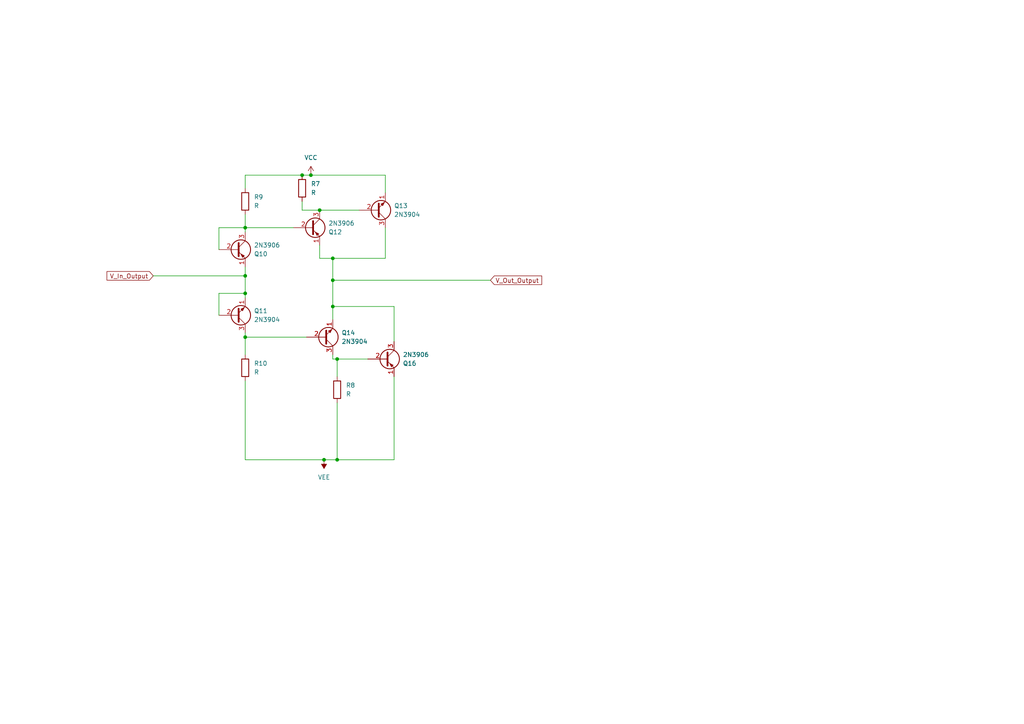
<source format=kicad_sch>
(kicad_sch
	(version 20250114)
	(generator "eeschema")
	(generator_version "9.0")
	(uuid "a46395b0-c10e-47a3-8052-bb8ed6f2becd")
	(paper "A4")
	(lib_symbols
		(symbol "Device:R"
			(pin_numbers
				(hide yes)
			)
			(pin_names
				(offset 0)
			)
			(exclude_from_sim no)
			(in_bom yes)
			(on_board yes)
			(property "Reference" "R"
				(at 2.032 0 90)
				(effects
					(font
						(size 1.27 1.27)
					)
				)
			)
			(property "Value" "R"
				(at 0 0 90)
				(effects
					(font
						(size 1.27 1.27)
					)
				)
			)
			(property "Footprint" ""
				(at -1.778 0 90)
				(effects
					(font
						(size 1.27 1.27)
					)
					(hide yes)
				)
			)
			(property "Datasheet" "~"
				(at 0 0 0)
				(effects
					(font
						(size 1.27 1.27)
					)
					(hide yes)
				)
			)
			(property "Description" "Resistor"
				(at 0 0 0)
				(effects
					(font
						(size 1.27 1.27)
					)
					(hide yes)
				)
			)
			(property "ki_keywords" "R res resistor"
				(at 0 0 0)
				(effects
					(font
						(size 1.27 1.27)
					)
					(hide yes)
				)
			)
			(property "ki_fp_filters" "R_*"
				(at 0 0 0)
				(effects
					(font
						(size 1.27 1.27)
					)
					(hide yes)
				)
			)
			(symbol "R_0_1"
				(rectangle
					(start -1.016 -2.54)
					(end 1.016 2.54)
					(stroke
						(width 0.254)
						(type default)
					)
					(fill
						(type none)
					)
				)
			)
			(symbol "R_1_1"
				(pin passive line
					(at 0 3.81 270)
					(length 1.27)
					(name "~"
						(effects
							(font
								(size 1.27 1.27)
							)
						)
					)
					(number "1"
						(effects
							(font
								(size 1.27 1.27)
							)
						)
					)
				)
				(pin passive line
					(at 0 -3.81 90)
					(length 1.27)
					(name "~"
						(effects
							(font
								(size 1.27 1.27)
							)
						)
					)
					(number "2"
						(effects
							(font
								(size 1.27 1.27)
							)
						)
					)
				)
			)
			(embedded_fonts no)
		)
		(symbol "Transistor_BJT:2N3904"
			(pin_names
				(offset 0)
				(hide yes)
			)
			(exclude_from_sim no)
			(in_bom yes)
			(on_board yes)
			(property "Reference" "Q"
				(at 5.08 1.905 0)
				(effects
					(font
						(size 1.27 1.27)
					)
					(justify left)
				)
			)
			(property "Value" "2N3904"
				(at 5.08 0 0)
				(effects
					(font
						(size 1.27 1.27)
					)
					(justify left)
				)
			)
			(property "Footprint" "Package_TO_SOT_THT:TO-92_Inline"
				(at 5.08 -1.905 0)
				(effects
					(font
						(size 1.27 1.27)
						(italic yes)
					)
					(justify left)
					(hide yes)
				)
			)
			(property "Datasheet" "https://www.onsemi.com/pub/Collateral/2N3903-D.PDF"
				(at 0 0 0)
				(effects
					(font
						(size 1.27 1.27)
					)
					(justify left)
					(hide yes)
				)
			)
			(property "Description" "0.2A Ic, 40V Vce, Small Signal NPN Transistor, TO-92"
				(at 0 0 0)
				(effects
					(font
						(size 1.27 1.27)
					)
					(hide yes)
				)
			)
			(property "ki_keywords" "NPN Transistor"
				(at 0 0 0)
				(effects
					(font
						(size 1.27 1.27)
					)
					(hide yes)
				)
			)
			(property "ki_fp_filters" "TO?92*"
				(at 0 0 0)
				(effects
					(font
						(size 1.27 1.27)
					)
					(hide yes)
				)
			)
			(symbol "2N3904_0_1"
				(polyline
					(pts
						(xy 0.635 1.905) (xy 0.635 -1.905) (xy 0.635 -1.905)
					)
					(stroke
						(width 0.508)
						(type default)
					)
					(fill
						(type none)
					)
				)
				(polyline
					(pts
						(xy 0.635 0.635) (xy 2.54 2.54)
					)
					(stroke
						(width 0)
						(type default)
					)
					(fill
						(type none)
					)
				)
				(polyline
					(pts
						(xy 0.635 -0.635) (xy 2.54 -2.54) (xy 2.54 -2.54)
					)
					(stroke
						(width 0)
						(type default)
					)
					(fill
						(type none)
					)
				)
				(circle
					(center 1.27 0)
					(radius 2.8194)
					(stroke
						(width 0.254)
						(type default)
					)
					(fill
						(type none)
					)
				)
				(polyline
					(pts
						(xy 1.27 -1.778) (xy 1.778 -1.27) (xy 2.286 -2.286) (xy 1.27 -1.778) (xy 1.27 -1.778)
					)
					(stroke
						(width 0)
						(type default)
					)
					(fill
						(type outline)
					)
				)
			)
			(symbol "2N3904_1_1"
				(pin passive line
					(at -5.08 0 0)
					(length 5.715)
					(name "B"
						(effects
							(font
								(size 1.27 1.27)
							)
						)
					)
					(number "2"
						(effects
							(font
								(size 1.27 1.27)
							)
						)
					)
				)
				(pin passive line
					(at 2.54 5.08 270)
					(length 2.54)
					(name "C"
						(effects
							(font
								(size 1.27 1.27)
							)
						)
					)
					(number "3"
						(effects
							(font
								(size 1.27 1.27)
							)
						)
					)
				)
				(pin passive line
					(at 2.54 -5.08 90)
					(length 2.54)
					(name "E"
						(effects
							(font
								(size 1.27 1.27)
							)
						)
					)
					(number "1"
						(effects
							(font
								(size 1.27 1.27)
							)
						)
					)
				)
			)
			(embedded_fonts no)
		)
		(symbol "Transistor_BJT:2N3906"
			(pin_names
				(offset 0)
				(hide yes)
			)
			(exclude_from_sim no)
			(in_bom yes)
			(on_board yes)
			(property "Reference" "Q"
				(at 5.08 1.905 0)
				(effects
					(font
						(size 1.27 1.27)
					)
					(justify left)
				)
			)
			(property "Value" "2N3906"
				(at 5.08 0 0)
				(effects
					(font
						(size 1.27 1.27)
					)
					(justify left)
				)
			)
			(property "Footprint" "Package_TO_SOT_THT:TO-92_Inline"
				(at 5.08 -1.905 0)
				(effects
					(font
						(size 1.27 1.27)
						(italic yes)
					)
					(justify left)
					(hide yes)
				)
			)
			(property "Datasheet" "https://www.onsemi.com/pub/Collateral/2N3906-D.PDF"
				(at 0 0 0)
				(effects
					(font
						(size 1.27 1.27)
					)
					(justify left)
					(hide yes)
				)
			)
			(property "Description" "-0.2A Ic, -40V Vce, Small Signal PNP Transistor, TO-92"
				(at 0 0 0)
				(effects
					(font
						(size 1.27 1.27)
					)
					(hide yes)
				)
			)
			(property "ki_keywords" "PNP Transistor"
				(at 0 0 0)
				(effects
					(font
						(size 1.27 1.27)
					)
					(hide yes)
				)
			)
			(property "ki_fp_filters" "TO?92*"
				(at 0 0 0)
				(effects
					(font
						(size 1.27 1.27)
					)
					(hide yes)
				)
			)
			(symbol "2N3906_0_1"
				(polyline
					(pts
						(xy 0.635 1.905) (xy 0.635 -1.905) (xy 0.635 -1.905)
					)
					(stroke
						(width 0.508)
						(type default)
					)
					(fill
						(type none)
					)
				)
				(polyline
					(pts
						(xy 0.635 0.635) (xy 2.54 2.54)
					)
					(stroke
						(width 0)
						(type default)
					)
					(fill
						(type none)
					)
				)
				(polyline
					(pts
						(xy 0.635 -0.635) (xy 2.54 -2.54) (xy 2.54 -2.54)
					)
					(stroke
						(width 0)
						(type default)
					)
					(fill
						(type none)
					)
				)
				(circle
					(center 1.27 0)
					(radius 2.8194)
					(stroke
						(width 0.254)
						(type default)
					)
					(fill
						(type none)
					)
				)
				(polyline
					(pts
						(xy 2.286 -1.778) (xy 1.778 -2.286) (xy 1.27 -1.27) (xy 2.286 -1.778) (xy 2.286 -1.778)
					)
					(stroke
						(width 0)
						(type default)
					)
					(fill
						(type outline)
					)
				)
			)
			(symbol "2N3906_1_1"
				(pin input line
					(at -5.08 0 0)
					(length 5.715)
					(name "B"
						(effects
							(font
								(size 1.27 1.27)
							)
						)
					)
					(number "2"
						(effects
							(font
								(size 1.27 1.27)
							)
						)
					)
				)
				(pin passive line
					(at 2.54 5.08 270)
					(length 2.54)
					(name "C"
						(effects
							(font
								(size 1.27 1.27)
							)
						)
					)
					(number "3"
						(effects
							(font
								(size 1.27 1.27)
							)
						)
					)
				)
				(pin passive line
					(at 2.54 -5.08 90)
					(length 2.54)
					(name "E"
						(effects
							(font
								(size 1.27 1.27)
							)
						)
					)
					(number "1"
						(effects
							(font
								(size 1.27 1.27)
							)
						)
					)
				)
			)
			(embedded_fonts no)
		)
		(symbol "power:VCC"
			(power)
			(pin_numbers
				(hide yes)
			)
			(pin_names
				(offset 0)
				(hide yes)
			)
			(exclude_from_sim no)
			(in_bom yes)
			(on_board yes)
			(property "Reference" "#PWR"
				(at 0 -3.81 0)
				(effects
					(font
						(size 1.27 1.27)
					)
					(hide yes)
				)
			)
			(property "Value" "VCC"
				(at 0 3.556 0)
				(effects
					(font
						(size 1.27 1.27)
					)
				)
			)
			(property "Footprint" ""
				(at 0 0 0)
				(effects
					(font
						(size 1.27 1.27)
					)
					(hide yes)
				)
			)
			(property "Datasheet" ""
				(at 0 0 0)
				(effects
					(font
						(size 1.27 1.27)
					)
					(hide yes)
				)
			)
			(property "Description" "Power symbol creates a global label with name \"VCC\""
				(at 0 0 0)
				(effects
					(font
						(size 1.27 1.27)
					)
					(hide yes)
				)
			)
			(property "ki_keywords" "global power"
				(at 0 0 0)
				(effects
					(font
						(size 1.27 1.27)
					)
					(hide yes)
				)
			)
			(symbol "VCC_0_1"
				(polyline
					(pts
						(xy -0.762 1.27) (xy 0 2.54)
					)
					(stroke
						(width 0)
						(type default)
					)
					(fill
						(type none)
					)
				)
				(polyline
					(pts
						(xy 0 2.54) (xy 0.762 1.27)
					)
					(stroke
						(width 0)
						(type default)
					)
					(fill
						(type none)
					)
				)
				(polyline
					(pts
						(xy 0 0) (xy 0 2.54)
					)
					(stroke
						(width 0)
						(type default)
					)
					(fill
						(type none)
					)
				)
			)
			(symbol "VCC_1_1"
				(pin power_in line
					(at 0 0 90)
					(length 0)
					(name "~"
						(effects
							(font
								(size 1.27 1.27)
							)
						)
					)
					(number "1"
						(effects
							(font
								(size 1.27 1.27)
							)
						)
					)
				)
			)
			(embedded_fonts no)
		)
		(symbol "power:VEE"
			(power)
			(pin_numbers
				(hide yes)
			)
			(pin_names
				(offset 0)
				(hide yes)
			)
			(exclude_from_sim no)
			(in_bom yes)
			(on_board yes)
			(property "Reference" "#PWR"
				(at 0 -3.81 0)
				(effects
					(font
						(size 1.27 1.27)
					)
					(hide yes)
				)
			)
			(property "Value" "VEE"
				(at 0 3.556 0)
				(effects
					(font
						(size 1.27 1.27)
					)
				)
			)
			(property "Footprint" ""
				(at 0 0 0)
				(effects
					(font
						(size 1.27 1.27)
					)
					(hide yes)
				)
			)
			(property "Datasheet" ""
				(at 0 0 0)
				(effects
					(font
						(size 1.27 1.27)
					)
					(hide yes)
				)
			)
			(property "Description" "Power symbol creates a global label with name \"VEE\""
				(at 0 0 0)
				(effects
					(font
						(size 1.27 1.27)
					)
					(hide yes)
				)
			)
			(property "ki_keywords" "global power"
				(at 0 0 0)
				(effects
					(font
						(size 1.27 1.27)
					)
					(hide yes)
				)
			)
			(symbol "VEE_0_1"
				(polyline
					(pts
						(xy 0 0) (xy 0 2.54)
					)
					(stroke
						(width 0)
						(type default)
					)
					(fill
						(type none)
					)
				)
				(polyline
					(pts
						(xy 0.762 1.27) (xy -0.762 1.27) (xy 0 2.54) (xy 0.762 1.27)
					)
					(stroke
						(width 0)
						(type default)
					)
					(fill
						(type outline)
					)
				)
			)
			(symbol "VEE_1_1"
				(pin power_in line
					(at 0 0 90)
					(length 0)
					(name "~"
						(effects
							(font
								(size 1.27 1.27)
							)
						)
					)
					(number "1"
						(effects
							(font
								(size 1.27 1.27)
							)
						)
					)
				)
			)
			(embedded_fonts no)
		)
	)
	(junction
		(at 71.12 66.04)
		(diameter 0)
		(color 0 0 0 0)
		(uuid "035230c6-d791-4793-8706-e8eb9a48de3c")
	)
	(junction
		(at 90.17 50.8)
		(diameter 0)
		(color 0 0 0 0)
		(uuid "09da8dff-0d1f-44fb-af45-081ea66701be")
	)
	(junction
		(at 71.12 85.09)
		(diameter 0)
		(color 0 0 0 0)
		(uuid "17dd1a6c-5e4a-4a83-8b42-1da2cb440f48")
	)
	(junction
		(at 97.79 133.35)
		(diameter 0)
		(color 0 0 0 0)
		(uuid "3efc5770-20ad-47ee-bbac-c8ad8ec484f0")
	)
	(junction
		(at 87.63 50.8)
		(diameter 0)
		(color 0 0 0 0)
		(uuid "465004fb-cbce-4d9f-b16d-b39eaaa42a1b")
	)
	(junction
		(at 96.52 88.9)
		(diameter 0)
		(color 0 0 0 0)
		(uuid "70967e31-2159-450f-844c-3e49b01ae091")
	)
	(junction
		(at 92.71 60.96)
		(diameter 0)
		(color 0 0 0 0)
		(uuid "856eccd7-61f8-4d14-bbd1-7d643fb4aae9")
	)
	(junction
		(at 97.79 104.14)
		(diameter 0)
		(color 0 0 0 0)
		(uuid "a1ae98db-eaab-44b8-97ba-34ba30ed0219")
	)
	(junction
		(at 96.52 81.28)
		(diameter 0)
		(color 0 0 0 0)
		(uuid "a21de06b-0fc9-4e53-91cb-c1c04634019b")
	)
	(junction
		(at 93.98 133.35)
		(diameter 0)
		(color 0 0 0 0)
		(uuid "c602188a-9695-42a0-9792-f29c5c53d853")
	)
	(junction
		(at 71.12 80.01)
		(diameter 0)
		(color 0 0 0 0)
		(uuid "d2c22d92-aecb-41a8-b7f2-abee851a18d8")
	)
	(junction
		(at 96.52 74.93)
		(diameter 0)
		(color 0 0 0 0)
		(uuid "d6ea8a55-c7e1-4ead-a6eb-84ce08715857")
	)
	(junction
		(at 71.12 97.79)
		(diameter 0)
		(color 0 0 0 0)
		(uuid "dd76ce8a-3c17-408b-b41e-1421cd739b67")
	)
	(wire
		(pts
			(xy 71.12 80.01) (xy 71.12 85.09)
		)
		(stroke
			(width 0)
			(type default)
		)
		(uuid "0d1ebbfb-ec96-4807-814e-04c0a5650af9")
	)
	(wire
		(pts
			(xy 114.3 88.9) (xy 96.52 88.9)
		)
		(stroke
			(width 0)
			(type default)
		)
		(uuid "0fc26682-a3e7-41da-ba24-bd325359c52c")
	)
	(wire
		(pts
			(xy 92.71 60.96) (xy 104.14 60.96)
		)
		(stroke
			(width 0)
			(type default)
		)
		(uuid "164d524d-7d6d-4704-8705-5e3e79ad44a7")
	)
	(wire
		(pts
			(xy 71.12 96.52) (xy 71.12 97.79)
		)
		(stroke
			(width 0)
			(type default)
		)
		(uuid "169359ee-87bf-44a5-837a-59d8a3d80870")
	)
	(wire
		(pts
			(xy 96.52 81.28) (xy 142.24 81.28)
		)
		(stroke
			(width 0)
			(type default)
		)
		(uuid "1e55041f-db62-4af7-a008-cb7d73190a01")
	)
	(wire
		(pts
			(xy 106.68 104.14) (xy 97.79 104.14)
		)
		(stroke
			(width 0)
			(type default)
		)
		(uuid "29e75a21-4fcd-4bf6-a5c5-c3735e548fe3")
	)
	(wire
		(pts
			(xy 71.12 85.09) (xy 71.12 86.36)
		)
		(stroke
			(width 0)
			(type default)
		)
		(uuid "30d0b93a-c065-4a82-91b5-49e6a1d92884")
	)
	(wire
		(pts
			(xy 97.79 104.14) (xy 97.79 109.22)
		)
		(stroke
			(width 0)
			(type default)
		)
		(uuid "32fd8db9-04cd-4dda-8d4a-b4783ce1a1dd")
	)
	(wire
		(pts
			(xy 87.63 60.96) (xy 92.71 60.96)
		)
		(stroke
			(width 0)
			(type default)
		)
		(uuid "35a9ca25-6ce2-4a54-a88e-5b1ba8754897")
	)
	(wire
		(pts
			(xy 97.79 133.35) (xy 114.3 133.35)
		)
		(stroke
			(width 0)
			(type default)
		)
		(uuid "360dc8e4-0805-4ba9-a7d4-56da6d1826ef")
	)
	(wire
		(pts
			(xy 71.12 50.8) (xy 71.12 54.61)
		)
		(stroke
			(width 0)
			(type default)
		)
		(uuid "372b48f9-3a65-464a-aba2-a851b75dd666")
	)
	(wire
		(pts
			(xy 44.45 80.01) (xy 71.12 80.01)
		)
		(stroke
			(width 0)
			(type default)
		)
		(uuid "3d806313-3db8-4a7c-a794-ff6d7b663db2")
	)
	(wire
		(pts
			(xy 97.79 104.14) (xy 96.52 104.14)
		)
		(stroke
			(width 0)
			(type default)
		)
		(uuid "4f773c63-5c20-4a0f-b2eb-c80e00a42807")
	)
	(wire
		(pts
			(xy 71.12 50.8) (xy 87.63 50.8)
		)
		(stroke
			(width 0)
			(type default)
		)
		(uuid "551295af-2e4b-4e92-a3b1-401fff451f14")
	)
	(wire
		(pts
			(xy 96.52 81.28) (xy 96.52 88.9)
		)
		(stroke
			(width 0)
			(type default)
		)
		(uuid "63c99128-583d-44c3-bcf9-e7257c35a2c1")
	)
	(wire
		(pts
			(xy 63.5 72.39) (xy 63.5 66.04)
		)
		(stroke
			(width 0)
			(type default)
		)
		(uuid "63cc3c87-f7f3-4605-93f5-fd752dce77a3")
	)
	(wire
		(pts
			(xy 114.3 109.22) (xy 114.3 133.35)
		)
		(stroke
			(width 0)
			(type default)
		)
		(uuid "650fc8d4-2651-4663-880c-7351dbaf2eb2")
	)
	(wire
		(pts
			(xy 93.98 133.35) (xy 97.79 133.35)
		)
		(stroke
			(width 0)
			(type default)
		)
		(uuid "661e0aea-d58a-471c-b500-3061c9f4b622")
	)
	(wire
		(pts
			(xy 87.63 58.42) (xy 87.63 60.96)
		)
		(stroke
			(width 0)
			(type default)
		)
		(uuid "6a601ab4-98c0-4665-a482-ff845eb49de4")
	)
	(wire
		(pts
			(xy 71.12 66.04) (xy 71.12 67.31)
		)
		(stroke
			(width 0)
			(type default)
		)
		(uuid "71ab7b77-1112-4c1d-aed9-36c310d145fb")
	)
	(wire
		(pts
			(xy 96.52 104.14) (xy 96.52 102.87)
		)
		(stroke
			(width 0)
			(type default)
		)
		(uuid "7ad9f304-a4e9-4c34-9b51-f1354b2ea78a")
	)
	(wire
		(pts
			(xy 87.63 50.8) (xy 90.17 50.8)
		)
		(stroke
			(width 0)
			(type default)
		)
		(uuid "801ff7e8-ae6f-470b-8921-3c89b0fa166e")
	)
	(wire
		(pts
			(xy 71.12 97.79) (xy 71.12 102.87)
		)
		(stroke
			(width 0)
			(type default)
		)
		(uuid "89f38abf-9394-4427-ace8-b91c24664220")
	)
	(wire
		(pts
			(xy 71.12 97.79) (xy 88.9 97.79)
		)
		(stroke
			(width 0)
			(type default)
		)
		(uuid "8c6203d3-60e7-456c-bb1d-0871582e74bc")
	)
	(wire
		(pts
			(xy 114.3 99.06) (xy 114.3 88.9)
		)
		(stroke
			(width 0)
			(type default)
		)
		(uuid "99f6656f-9f35-4ca3-b855-868d683b6032")
	)
	(wire
		(pts
			(xy 71.12 66.04) (xy 85.09 66.04)
		)
		(stroke
			(width 0)
			(type default)
		)
		(uuid "a0384f63-3a02-4240-a8cc-2bf469c8e5e7")
	)
	(wire
		(pts
			(xy 71.12 62.23) (xy 71.12 66.04)
		)
		(stroke
			(width 0)
			(type default)
		)
		(uuid "a5151704-3915-448a-baa5-5adbab13de60")
	)
	(wire
		(pts
			(xy 111.76 74.93) (xy 111.76 66.04)
		)
		(stroke
			(width 0)
			(type default)
		)
		(uuid "aab734f7-6002-4495-8409-bcba0b1be973")
	)
	(wire
		(pts
			(xy 63.5 66.04) (xy 71.12 66.04)
		)
		(stroke
			(width 0)
			(type default)
		)
		(uuid "ac134fb6-9e89-47fd-a77a-cfb32e10d188")
	)
	(wire
		(pts
			(xy 71.12 133.35) (xy 71.12 110.49)
		)
		(stroke
			(width 0)
			(type default)
		)
		(uuid "ad9b3e10-c636-4115-88d0-a2d1b0a26f38")
	)
	(wire
		(pts
			(xy 92.71 74.93) (xy 96.52 74.93)
		)
		(stroke
			(width 0)
			(type default)
		)
		(uuid "b644a9ba-ec71-467e-a5d4-88a4161a50ef")
	)
	(wire
		(pts
			(xy 90.17 50.8) (xy 111.76 50.8)
		)
		(stroke
			(width 0)
			(type default)
		)
		(uuid "bc72e13e-f1c3-4097-86a4-7ade1be12019")
	)
	(wire
		(pts
			(xy 96.52 88.9) (xy 96.52 92.71)
		)
		(stroke
			(width 0)
			(type default)
		)
		(uuid "bebf46c5-bfc4-42d1-ab9a-fafeebc822d7")
	)
	(wire
		(pts
			(xy 96.52 74.93) (xy 111.76 74.93)
		)
		(stroke
			(width 0)
			(type default)
		)
		(uuid "befc4bcf-d4d3-4b71-89ea-b2cb334b32c0")
	)
	(wire
		(pts
			(xy 96.52 74.93) (xy 96.52 81.28)
		)
		(stroke
			(width 0)
			(type default)
		)
		(uuid "cb65f453-589f-465d-8e41-aa5d33f67060")
	)
	(wire
		(pts
			(xy 92.71 71.12) (xy 92.71 74.93)
		)
		(stroke
			(width 0)
			(type default)
		)
		(uuid "cff864cf-591d-4010-af5f-5e554ab13db7")
	)
	(wire
		(pts
			(xy 63.5 91.44) (xy 63.5 85.09)
		)
		(stroke
			(width 0)
			(type default)
		)
		(uuid "d474df6a-ee5e-425e-ae96-fa0007184e30")
	)
	(wire
		(pts
			(xy 63.5 85.09) (xy 71.12 85.09)
		)
		(stroke
			(width 0)
			(type default)
		)
		(uuid "dcee45cc-a8c0-469b-892d-83ba3f28c0cd")
	)
	(wire
		(pts
			(xy 71.12 133.35) (xy 93.98 133.35)
		)
		(stroke
			(width 0)
			(type default)
		)
		(uuid "e372ddf0-6fb9-4867-9b75-36fa27700783")
	)
	(wire
		(pts
			(xy 97.79 116.84) (xy 97.79 133.35)
		)
		(stroke
			(width 0)
			(type default)
		)
		(uuid "e8d5b65f-6b24-490a-aa1a-fad39cb11315")
	)
	(wire
		(pts
			(xy 111.76 50.8) (xy 111.76 55.88)
		)
		(stroke
			(width 0)
			(type default)
		)
		(uuid "f447acba-fcb0-4576-9503-74e8d94ca05c")
	)
	(wire
		(pts
			(xy 71.12 77.47) (xy 71.12 80.01)
		)
		(stroke
			(width 0)
			(type default)
		)
		(uuid "fe2303e7-32e4-48cb-be74-48cfc2846f9e")
	)
	(global_label "V_Out_Output"
		(shape input)
		(at 142.24 81.28 0)
		(fields_autoplaced yes)
		(effects
			(font
				(size 1.27 1.27)
			)
			(justify left)
		)
		(uuid "05c8c808-68f8-44ba-bf10-a843897440cd")
		(property "Intersheetrefs" "${INTERSHEET_REFS}"
			(at 157.6831 81.28 0)
			(effects
				(font
					(size 1.27 1.27)
				)
				(justify left)
				(hide yes)
			)
		)
	)
	(global_label "V_In_Output"
		(shape input)
		(at 44.45 80.01 180)
		(fields_autoplaced yes)
		(effects
			(font
				(size 1.27 1.27)
			)
			(justify right)
		)
		(uuid "cd31bd2d-64c1-442d-aaa0-6752eddfe10d")
		(property "Intersheetrefs" "${INTERSHEET_REFS}"
			(at 30.4583 80.01 0)
			(effects
				(font
					(size 1.27 1.27)
				)
				(justify right)
				(hide yes)
			)
		)
	)
	(symbol
		(lib_id "power:VEE")
		(at 93.98 133.35 180)
		(unit 1)
		(exclude_from_sim no)
		(in_bom yes)
		(on_board yes)
		(dnp no)
		(fields_autoplaced yes)
		(uuid "1814e4a4-0f92-446a-a6aa-fd382f533b2f")
		(property "Reference" "#PWR014"
			(at 93.98 129.54 0)
			(effects
				(font
					(size 1.27 1.27)
				)
				(hide yes)
			)
		)
		(property "Value" "VEE"
			(at 93.98 138.43 0)
			(effects
				(font
					(size 1.27 1.27)
				)
			)
		)
		(property "Footprint" ""
			(at 93.98 133.35 0)
			(effects
				(font
					(size 1.27 1.27)
				)
				(hide yes)
			)
		)
		(property "Datasheet" ""
			(at 93.98 133.35 0)
			(effects
				(font
					(size 1.27 1.27)
				)
				(hide yes)
			)
		)
		(property "Description" "Power symbol creates a global label with name \"VEE\""
			(at 93.98 133.35 0)
			(effects
				(font
					(size 1.27 1.27)
				)
				(hide yes)
			)
		)
		(pin "1"
			(uuid "914f0a55-3980-4191-9dcc-7f77ba3ad97a")
		)
		(instances
			(project "ECE 3660 Design Project"
				(path "/ae7489fb-4acd-4c47-9498-30070a4fb91b/85fa7e5a-922a-4eb2-9c5d-36a4e560037a"
					(reference "#PWR014")
					(unit 1)
				)
			)
		)
	)
	(symbol
		(lib_id "Device:R")
		(at 97.79 113.03 0)
		(unit 1)
		(exclude_from_sim no)
		(in_bom yes)
		(on_board yes)
		(dnp no)
		(fields_autoplaced yes)
		(uuid "2e9afc58-b929-4afc-91d2-9527316ec8e2")
		(property "Reference" "R8"
			(at 100.33 111.7599 0)
			(effects
				(font
					(size 1.27 1.27)
				)
				(justify left)
			)
		)
		(property "Value" "R"
			(at 100.33 114.2999 0)
			(effects
				(font
					(size 1.27 1.27)
				)
				(justify left)
			)
		)
		(property "Footprint" "Resistor:YAG_MF25_YAG"
			(at 96.012 113.03 90)
			(effects
				(font
					(size 1.27 1.27)
				)
				(hide yes)
			)
		)
		(property "Datasheet" "~"
			(at 97.79 113.03 0)
			(effects
				(font
					(size 1.27 1.27)
				)
				(hide yes)
			)
		)
		(property "Description" "Resistor"
			(at 97.79 113.03 0)
			(effects
				(font
					(size 1.27 1.27)
				)
				(hide yes)
			)
		)
		(pin "2"
			(uuid "649a8719-0aeb-4e59-907f-eaacb8006f14")
		)
		(pin "1"
			(uuid "2fa5d112-c891-45da-bb1a-58fbc12e689a")
		)
		(instances
			(project "ECE 3660 Design Project"
				(path "/ae7489fb-4acd-4c47-9498-30070a4fb91b/85fa7e5a-922a-4eb2-9c5d-36a4e560037a"
					(reference "R8")
					(unit 1)
				)
			)
		)
	)
	(symbol
		(lib_id "Transistor_BJT:2N3906")
		(at 68.58 72.39 0)
		(unit 1)
		(exclude_from_sim no)
		(in_bom yes)
		(on_board yes)
		(dnp no)
		(uuid "3fed8755-a6df-4384-9553-0e02da0d557f")
		(property "Reference" "Q10"
			(at 73.66 73.6601 0)
			(effects
				(font
					(size 1.27 1.27)
				)
				(justify left)
			)
		)
		(property "Value" "2N3906"
			(at 73.66 71.1201 0)
			(effects
				(font
					(size 1.27 1.27)
				)
				(justify left)
			)
		)
		(property "Footprint" "Package_TO_SOT_THT:TO-92_Inline"
			(at 73.66 74.295 0)
			(effects
				(font
					(size 1.27 1.27)
					(italic yes)
				)
				(justify left)
				(hide yes)
			)
		)
		(property "Datasheet" "https://www.onsemi.com/pub/Collateral/2N3906-D.PDF"
			(at 68.58 72.39 0)
			(effects
				(font
					(size 1.27 1.27)
				)
				(justify left)
				(hide yes)
			)
		)
		(property "Description" "-0.2A Ic, -40V Vce, Small Signal PNP Transistor, TO-92"
			(at 68.58 72.39 0)
			(effects
				(font
					(size 1.27 1.27)
				)
				(hide yes)
			)
		)
		(pin "1"
			(uuid "1c429d8e-8c1e-41c2-a1fb-7b34e79a63c7")
		)
		(pin "2"
			(uuid "db672fc4-4936-40a0-ad43-1051ceda2fcd")
		)
		(pin "3"
			(uuid "cc5825c7-a63b-485c-894c-dd2ce988c009")
		)
		(instances
			(project "ECE 3660 Design Project"
				(path "/ae7489fb-4acd-4c47-9498-30070a4fb91b/85fa7e5a-922a-4eb2-9c5d-36a4e560037a"
					(reference "Q10")
					(unit 1)
				)
			)
		)
	)
	(symbol
		(lib_id "Device:R")
		(at 87.63 54.61 0)
		(unit 1)
		(exclude_from_sim no)
		(in_bom yes)
		(on_board yes)
		(dnp no)
		(fields_autoplaced yes)
		(uuid "487906a7-f4bf-451a-ae10-bc799ea4ba3a")
		(property "Reference" "R7"
			(at 90.17 53.3399 0)
			(effects
				(font
					(size 1.27 1.27)
				)
				(justify left)
			)
		)
		(property "Value" "R"
			(at 90.17 55.8799 0)
			(effects
				(font
					(size 1.27 1.27)
				)
				(justify left)
			)
		)
		(property "Footprint" "Resistor:YAG_MF25_YAG"
			(at 85.852 54.61 90)
			(effects
				(font
					(size 1.27 1.27)
				)
				(hide yes)
			)
		)
		(property "Datasheet" "~"
			(at 87.63 54.61 0)
			(effects
				(font
					(size 1.27 1.27)
				)
				(hide yes)
			)
		)
		(property "Description" "Resistor"
			(at 87.63 54.61 0)
			(effects
				(font
					(size 1.27 1.27)
				)
				(hide yes)
			)
		)
		(pin "2"
			(uuid "b7634796-81c6-431f-8907-04b2053c54f2")
		)
		(pin "1"
			(uuid "9c21e211-910a-4ba7-b2fe-062f0ce2683c")
		)
		(instances
			(project "ECE 3660 Design Project"
				(path "/ae7489fb-4acd-4c47-9498-30070a4fb91b/85fa7e5a-922a-4eb2-9c5d-36a4e560037a"
					(reference "R7")
					(unit 1)
				)
			)
		)
	)
	(symbol
		(lib_id "power:VCC")
		(at 90.17 50.8 0)
		(unit 1)
		(exclude_from_sim no)
		(in_bom yes)
		(on_board yes)
		(dnp no)
		(fields_autoplaced yes)
		(uuid "528f2723-8010-48c6-986f-3c06c336c2f1")
		(property "Reference" "#PWR013"
			(at 90.17 54.61 0)
			(effects
				(font
					(size 1.27 1.27)
				)
				(hide yes)
			)
		)
		(property "Value" "VCC"
			(at 90.17 45.72 0)
			(effects
				(font
					(size 1.27 1.27)
				)
			)
		)
		(property "Footprint" ""
			(at 90.17 50.8 0)
			(effects
				(font
					(size 1.27 1.27)
				)
				(hide yes)
			)
		)
		(property "Datasheet" ""
			(at 90.17 50.8 0)
			(effects
				(font
					(size 1.27 1.27)
				)
				(hide yes)
			)
		)
		(property "Description" "Power symbol creates a global label with name \"VCC\""
			(at 90.17 50.8 0)
			(effects
				(font
					(size 1.27 1.27)
				)
				(hide yes)
			)
		)
		(pin "1"
			(uuid "481b219d-17d3-433f-ad2a-ce234fdbd763")
		)
		(instances
			(project "ECE 3660 Design Project"
				(path "/ae7489fb-4acd-4c47-9498-30070a4fb91b/85fa7e5a-922a-4eb2-9c5d-36a4e560037a"
					(reference "#PWR013")
					(unit 1)
				)
			)
		)
	)
	(symbol
		(lib_id "Transistor_BJT:2N3904")
		(at 109.22 60.96 0)
		(mirror x)
		(unit 1)
		(exclude_from_sim no)
		(in_bom yes)
		(on_board yes)
		(dnp no)
		(uuid "70600d3b-e179-44c2-b905-e2900a1916a1")
		(property "Reference" "Q13"
			(at 114.3 59.6899 0)
			(effects
				(font
					(size 1.27 1.27)
				)
				(justify left)
			)
		)
		(property "Value" "2N3904"
			(at 114.3 62.2299 0)
			(effects
				(font
					(size 1.27 1.27)
				)
				(justify left)
			)
		)
		(property "Footprint" "Package_TO_SOT_THT:TO-92_Inline"
			(at 114.3 59.055 0)
			(effects
				(font
					(size 1.27 1.27)
					(italic yes)
				)
				(justify left)
				(hide yes)
			)
		)
		(property "Datasheet" "https://www.onsemi.com/pub/Collateral/2N3903-D.PDF"
			(at 109.22 60.96 0)
			(effects
				(font
					(size 1.27 1.27)
				)
				(justify left)
				(hide yes)
			)
		)
		(property "Description" "0.2A Ic, 40V Vce, Small Signal NPN Transistor, TO-92"
			(at 109.22 60.96 0)
			(effects
				(font
					(size 1.27 1.27)
				)
				(hide yes)
			)
		)
		(pin "2"
			(uuid "2f278b04-894b-4af9-8bc4-d9b1aa831896")
		)
		(pin "3"
			(uuid "71a08b71-c2d9-4c92-b0c5-18f9751de8bc")
		)
		(pin "1"
			(uuid "313962b2-fea9-490d-971f-68eabe30cdef")
		)
		(instances
			(project "ECE 3660 Design Project"
				(path "/ae7489fb-4acd-4c47-9498-30070a4fb91b/85fa7e5a-922a-4eb2-9c5d-36a4e560037a"
					(reference "Q13")
					(unit 1)
				)
			)
		)
	)
	(symbol
		(lib_id "Transistor_BJT:2N3904")
		(at 93.98 97.79 0)
		(mirror x)
		(unit 1)
		(exclude_from_sim no)
		(in_bom yes)
		(on_board yes)
		(dnp no)
		(uuid "792f44e1-8f68-48c7-9691-2977394bf558")
		(property "Reference" "Q14"
			(at 99.06 96.5199 0)
			(effects
				(font
					(size 1.27 1.27)
				)
				(justify left)
			)
		)
		(property "Value" "2N3904"
			(at 99.06 99.0599 0)
			(effects
				(font
					(size 1.27 1.27)
				)
				(justify left)
			)
		)
		(property "Footprint" "Package_TO_SOT_THT:TO-92_Inline"
			(at 99.06 95.885 0)
			(effects
				(font
					(size 1.27 1.27)
					(italic yes)
				)
				(justify left)
				(hide yes)
			)
		)
		(property "Datasheet" "https://www.onsemi.com/pub/Collateral/2N3903-D.PDF"
			(at 93.98 97.79 0)
			(effects
				(font
					(size 1.27 1.27)
				)
				(justify left)
				(hide yes)
			)
		)
		(property "Description" "0.2A Ic, 40V Vce, Small Signal NPN Transistor, TO-92"
			(at 93.98 97.79 0)
			(effects
				(font
					(size 1.27 1.27)
				)
				(hide yes)
			)
		)
		(pin "2"
			(uuid "f9eaed9b-4f24-480d-bfc0-0f731d216e83")
		)
		(pin "3"
			(uuid "957c6491-e72d-425f-9a36-7000697c7877")
		)
		(pin "1"
			(uuid "ea2c0d2c-72e3-4328-9aaa-024bdc56de42")
		)
		(instances
			(project "ECE 3660 Design Project"
				(path "/ae7489fb-4acd-4c47-9498-30070a4fb91b/85fa7e5a-922a-4eb2-9c5d-36a4e560037a"
					(reference "Q14")
					(unit 1)
				)
			)
		)
	)
	(symbol
		(lib_id "Transistor_BJT:2N3904")
		(at 68.58 91.44 0)
		(mirror x)
		(unit 1)
		(exclude_from_sim no)
		(in_bom yes)
		(on_board yes)
		(dnp no)
		(uuid "910a56de-5f10-4ef7-9d21-d73df6768065")
		(property "Reference" "Q11"
			(at 73.66 90.1699 0)
			(effects
				(font
					(size 1.27 1.27)
				)
				(justify left)
			)
		)
		(property "Value" "2N3904"
			(at 73.66 92.7099 0)
			(effects
				(font
					(size 1.27 1.27)
				)
				(justify left)
			)
		)
		(property "Footprint" "Package_TO_SOT_THT:TO-92_Inline"
			(at 73.66 89.535 0)
			(effects
				(font
					(size 1.27 1.27)
					(italic yes)
				)
				(justify left)
				(hide yes)
			)
		)
		(property "Datasheet" "https://www.onsemi.com/pub/Collateral/2N3903-D.PDF"
			(at 68.58 91.44 0)
			(effects
				(font
					(size 1.27 1.27)
				)
				(justify left)
				(hide yes)
			)
		)
		(property "Description" "0.2A Ic, 40V Vce, Small Signal NPN Transistor, TO-92"
			(at 68.58 91.44 0)
			(effects
				(font
					(size 1.27 1.27)
				)
				(hide yes)
			)
		)
		(pin "2"
			(uuid "a7208631-84bd-4982-a6f7-a6b34309f173")
		)
		(pin "3"
			(uuid "33c5fa88-c7cb-4979-a823-9af81d414534")
		)
		(pin "1"
			(uuid "7210cf0b-b572-4831-938b-95ea3086c65a")
		)
		(instances
			(project "ECE 3660 Design Project"
				(path "/ae7489fb-4acd-4c47-9498-30070a4fb91b/85fa7e5a-922a-4eb2-9c5d-36a4e560037a"
					(reference "Q11")
					(unit 1)
				)
			)
		)
	)
	(symbol
		(lib_id "Device:R")
		(at 71.12 106.68 0)
		(unit 1)
		(exclude_from_sim no)
		(in_bom yes)
		(on_board yes)
		(dnp no)
		(fields_autoplaced yes)
		(uuid "ac41d143-f83a-45e9-87b0-831749b9077a")
		(property "Reference" "R10"
			(at 73.66 105.4099 0)
			(effects
				(font
					(size 1.27 1.27)
				)
				(justify left)
			)
		)
		(property "Value" "R"
			(at 73.66 107.9499 0)
			(effects
				(font
					(size 1.27 1.27)
				)
				(justify left)
			)
		)
		(property "Footprint" "Resistor:YAG_MF25_YAG"
			(at 69.342 106.68 90)
			(effects
				(font
					(size 1.27 1.27)
				)
				(hide yes)
			)
		)
		(property "Datasheet" "~"
			(at 71.12 106.68 0)
			(effects
				(font
					(size 1.27 1.27)
				)
				(hide yes)
			)
		)
		(property "Description" "Resistor"
			(at 71.12 106.68 0)
			(effects
				(font
					(size 1.27 1.27)
				)
				(hide yes)
			)
		)
		(pin "2"
			(uuid "64c6a73d-09a1-4ffd-bc35-5793c51cbcb1")
		)
		(pin "1"
			(uuid "65e339f8-d1d8-4350-8c99-b4884f918fd6")
		)
		(instances
			(project "ECE 3660 Design Project"
				(path "/ae7489fb-4acd-4c47-9498-30070a4fb91b/85fa7e5a-922a-4eb2-9c5d-36a4e560037a"
					(reference "R10")
					(unit 1)
				)
			)
		)
	)
	(symbol
		(lib_id "Device:R")
		(at 71.12 58.42 0)
		(unit 1)
		(exclude_from_sim no)
		(in_bom yes)
		(on_board yes)
		(dnp no)
		(fields_autoplaced yes)
		(uuid "b743573a-9e36-4a06-8f27-8b3959c549e0")
		(property "Reference" "R9"
			(at 73.66 57.1499 0)
			(effects
				(font
					(size 1.27 1.27)
				)
				(justify left)
			)
		)
		(property "Value" "R"
			(at 73.66 59.6899 0)
			(effects
				(font
					(size 1.27 1.27)
				)
				(justify left)
			)
		)
		(property "Footprint" "Resistor:YAG_MF25_YAG"
			(at 69.342 58.42 90)
			(effects
				(font
					(size 1.27 1.27)
				)
				(hide yes)
			)
		)
		(property "Datasheet" "~"
			(at 71.12 58.42 0)
			(effects
				(font
					(size 1.27 1.27)
				)
				(hide yes)
			)
		)
		(property "Description" "Resistor"
			(at 71.12 58.42 0)
			(effects
				(font
					(size 1.27 1.27)
				)
				(hide yes)
			)
		)
		(pin "2"
			(uuid "d5bb9bb5-2f10-426a-a520-bc98db78a85b")
		)
		(pin "1"
			(uuid "84aa82ae-8314-4a9e-8f7f-ae2d3e947750")
		)
		(instances
			(project "ECE 3660 Design Project"
				(path "/ae7489fb-4acd-4c47-9498-30070a4fb91b/85fa7e5a-922a-4eb2-9c5d-36a4e560037a"
					(reference "R9")
					(unit 1)
				)
			)
		)
	)
	(symbol
		(lib_id "Transistor_BJT:2N3906")
		(at 90.17 66.04 0)
		(unit 1)
		(exclude_from_sim no)
		(in_bom yes)
		(on_board yes)
		(dnp no)
		(uuid "bf4b2ec2-1447-4ada-a8fe-e90de3eb97b1")
		(property "Reference" "Q12"
			(at 95.25 67.3101 0)
			(effects
				(font
					(size 1.27 1.27)
				)
				(justify left)
			)
		)
		(property "Value" "2N3906"
			(at 95.25 64.7701 0)
			(effects
				(font
					(size 1.27 1.27)
				)
				(justify left)
			)
		)
		(property "Footprint" "Package_TO_SOT_THT:TO-92_Inline"
			(at 95.25 67.945 0)
			(effects
				(font
					(size 1.27 1.27)
					(italic yes)
				)
				(justify left)
				(hide yes)
			)
		)
		(property "Datasheet" "https://www.onsemi.com/pub/Collateral/2N3906-D.PDF"
			(at 90.17 66.04 0)
			(effects
				(font
					(size 1.27 1.27)
				)
				(justify left)
				(hide yes)
			)
		)
		(property "Description" "-0.2A Ic, -40V Vce, Small Signal PNP Transistor, TO-92"
			(at 90.17 66.04 0)
			(effects
				(font
					(size 1.27 1.27)
				)
				(hide yes)
			)
		)
		(pin "1"
			(uuid "71394f9c-fab7-4b0c-946a-c99c8e66dafa")
		)
		(pin "2"
			(uuid "d8a8f627-bdd8-4937-8f1e-c072a16fe996")
		)
		(pin "3"
			(uuid "fede7685-d6a5-421d-8d34-ca3f3ccac907")
		)
		(instances
			(project "ECE 3660 Design Project"
				(path "/ae7489fb-4acd-4c47-9498-30070a4fb91b/85fa7e5a-922a-4eb2-9c5d-36a4e560037a"
					(reference "Q12")
					(unit 1)
				)
			)
		)
	)
	(symbol
		(lib_id "Transistor_BJT:2N3906")
		(at 111.76 104.14 0)
		(unit 1)
		(exclude_from_sim no)
		(in_bom yes)
		(on_board yes)
		(dnp no)
		(uuid "d73db871-d84e-4f2e-9d28-71723c089be5")
		(property "Reference" "Q16"
			(at 116.84 105.4101 0)
			(effects
				(font
					(size 1.27 1.27)
				)
				(justify left)
			)
		)
		(property "Value" "2N3906"
			(at 116.84 102.8701 0)
			(effects
				(font
					(size 1.27 1.27)
				)
				(justify left)
			)
		)
		(property "Footprint" "Package_TO_SOT_THT:TO-92_Inline"
			(at 116.84 106.045 0)
			(effects
				(font
					(size 1.27 1.27)
					(italic yes)
				)
				(justify left)
				(hide yes)
			)
		)
		(property "Datasheet" "https://www.onsemi.com/pub/Collateral/2N3906-D.PDF"
			(at 111.76 104.14 0)
			(effects
				(font
					(size 1.27 1.27)
				)
				(justify left)
				(hide yes)
			)
		)
		(property "Description" "-0.2A Ic, -40V Vce, Small Signal PNP Transistor, TO-92"
			(at 111.76 104.14 0)
			(effects
				(font
					(size 1.27 1.27)
				)
				(hide yes)
			)
		)
		(pin "1"
			(uuid "c0b1ccfd-c7a5-49ed-8de3-faade57abe25")
		)
		(pin "2"
			(uuid "55bd3c83-4f80-4d5d-8805-35c91c1a60a6")
		)
		(pin "3"
			(uuid "609b1239-a6cd-42e4-b7bc-e5d8db7c5c58")
		)
		(instances
			(project "ECE 3660 Design Project"
				(path "/ae7489fb-4acd-4c47-9498-30070a4fb91b/85fa7e5a-922a-4eb2-9c5d-36a4e560037a"
					(reference "Q16")
					(unit 1)
				)
			)
		)
	)
)

</source>
